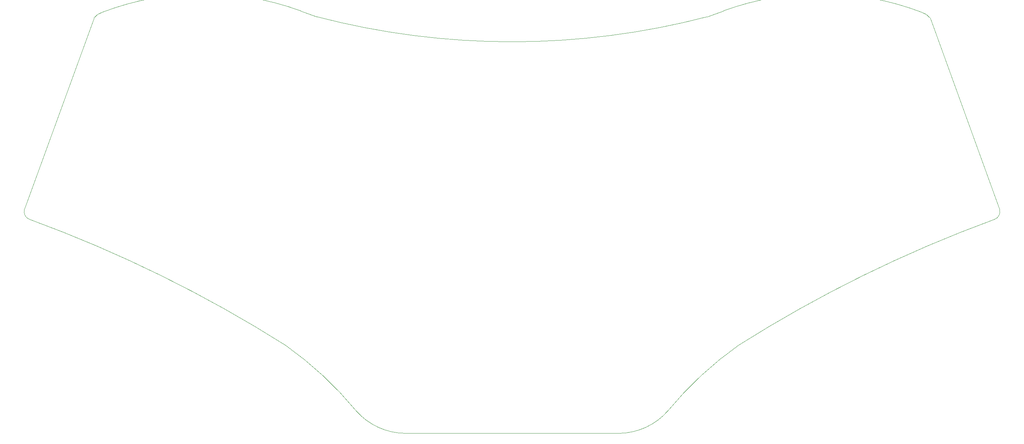
<source format=gbr>
%TF.GenerationSoftware,KiCad,Pcbnew,(6.0.1)*%
%TF.CreationDate,2022-06-05T22:57:28-04:00*%
%TF.ProjectId,sweep-squared,73776565-702d-4737-9175-617265642e6b,rev?*%
%TF.SameCoordinates,Original*%
%TF.FileFunction,Profile,NP*%
%FSLAX46Y46*%
G04 Gerber Fmt 4.6, Leading zero omitted, Abs format (unit mm)*
G04 Created by KiCad (PCBNEW (6.0.1)) date 2022-06-05 22:57:28*
%MOMM*%
%LPD*%
G01*
G04 APERTURE LIST*
%TA.AperFunction,Profile*%
%ADD10C,0.050000*%
%TD*%
G04 APERTURE END LIST*
D10*
X111086481Y-55899376D02*
X107142357Y-54455069D01*
X111086481Y-55899376D02*
G75*
G03*
X205681249Y-55905242I47308612J181058764D01*
G01*
X275176346Y-105040925D02*
G75*
G03*
X213214748Y-135553189I111310021J-304207702D01*
G01*
X107142357Y-54455069D02*
G75*
G03*
X59150012Y-54819562I-23507045J-64585077D01*
G01*
X57120394Y-56223778D02*
X40315845Y-102516591D01*
X103552982Y-135547323D02*
G75*
G03*
X41591384Y-105035059I-173271619J-273695438D01*
G01*
X184264746Y-156872837D02*
X132530834Y-156866971D01*
X209625373Y-54460935D02*
X205681249Y-55905242D01*
X59150012Y-54819562D02*
G75*
G03*
X57120394Y-56223778I1187686J-3885538D01*
G01*
X40315844Y-102516591D02*
G75*
G03*
X41591384Y-105035059I1903331J-618260D01*
G01*
X275176346Y-105040924D02*
G75*
G03*
X276451885Y-102522457I-627791J1900207D01*
G01*
X276451885Y-102522457D02*
X259647336Y-56229644D01*
X184264746Y-156872837D02*
G75*
G03*
X196162657Y-151391587I-114744J15902833D01*
G01*
X257617718Y-54825428D02*
G75*
G03*
X209625373Y-54460935I-24485300J-64220584D01*
G01*
X213214748Y-135553189D02*
G75*
G03*
X196162657Y-151391587I51027968J-72036824D01*
G01*
X120605072Y-151385721D02*
G75*
G03*
X132530834Y-156866971I12040949J10483655D01*
G01*
X120605073Y-151385721D02*
G75*
G03*
X103552982Y-135547323I-68080059J-56198426D01*
G01*
X259647336Y-56229644D02*
G75*
G03*
X257617718Y-54825428I-3217304J-2481322D01*
G01*
M02*

</source>
